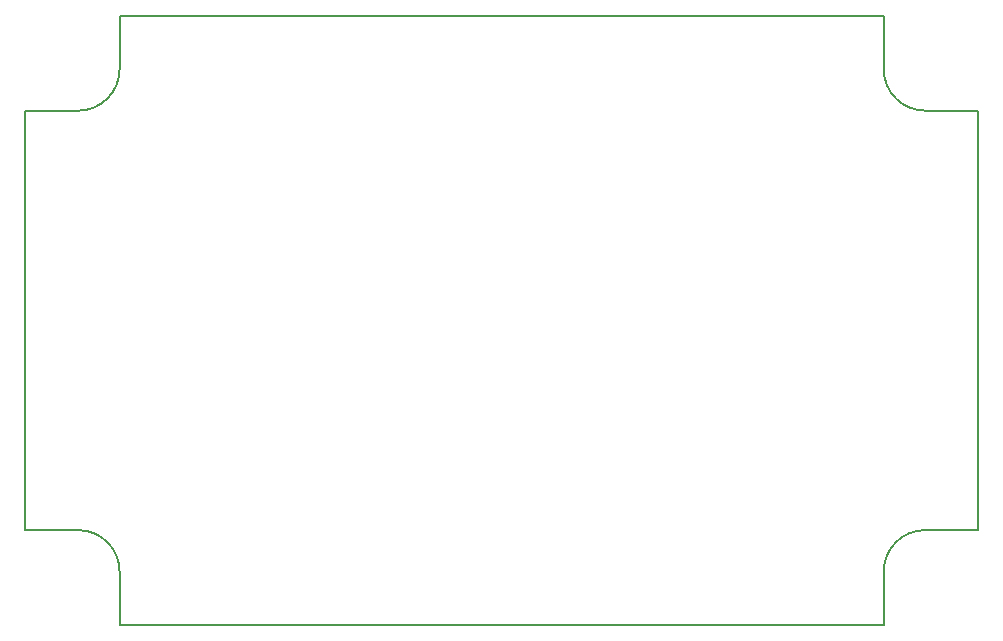
<source format=gbr>
G04 #@! TF.GenerationSoftware,KiCad,Pcbnew,(5.1.9)-1*
G04 #@! TF.CreationDate,2021-03-07T13:30:36+01:00*
G04 #@! TF.ProjectId,Minew MS88SF2 breakout,4d696e65-7720-44d5-9338-385346322062,rev?*
G04 #@! TF.SameCoordinates,Original*
G04 #@! TF.FileFunction,Profile,NP*
%FSLAX46Y46*%
G04 Gerber Fmt 4.6, Leading zero omitted, Abs format (unit mm)*
G04 Created by KiCad (PCBNEW (5.1.9)-1) date 2021-03-07 13:30:36*
%MOMM*%
%LPD*%
G01*
G04 APERTURE LIST*
G04 #@! TA.AperFunction,Profile*
%ADD10C,0.200000*%
G04 #@! TD*
G04 APERTURE END LIST*
D10*
X-32350000Y21265000D02*
X-32350000Y25755000D01*
X-32350000Y21265000D02*
G75*
G02*
X-35860000Y17755000I-3510000J0D01*
G01*
X-40350000Y17755000D02*
X-35860000Y17755000D01*
X-40350000Y-17755000D02*
X-40350000Y17755000D01*
X-35860000Y-17755000D02*
X-40350000Y-17755000D01*
X-35860000Y-17755000D02*
G75*
G02*
X-32350000Y-21265000I0J-3510000D01*
G01*
X-32350000Y-25755000D02*
X-32350000Y-21265000D01*
X32350000Y-25755000D02*
X-32350000Y-25755000D01*
X32350000Y-21265000D02*
X32350000Y-25755000D01*
X32350000Y-21265000D02*
G75*
G02*
X35860000Y-17755000I3510000J0D01*
G01*
X40350000Y-17755000D02*
X35860000Y-17755000D01*
X40350000Y17755000D02*
X40350000Y-17755000D01*
X35860000Y17755000D02*
X40350000Y17755000D01*
X35860000Y17755000D02*
G75*
G02*
X32350000Y21265000I0J3510000D01*
G01*
X32350000Y25755000D02*
X32350000Y21265000D01*
X-32350000Y25755000D02*
X32350000Y25755000D01*
M02*

</source>
